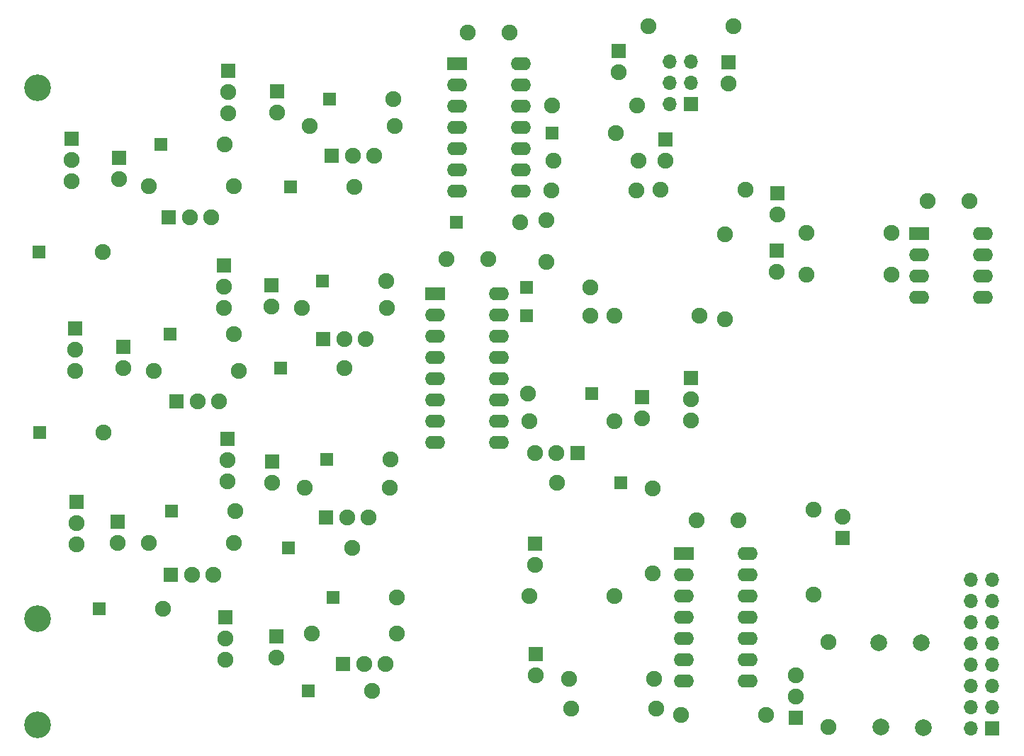
<source format=gbr>
%TF.GenerationSoftware,KiCad,Pcbnew,(6.0.0)*%
%TF.CreationDate,2022-02-13T17:17:33+01:00*%
%TF.ProjectId,SynthBaby8,53796e74-6842-4616-9279-382e6b696361,rev?*%
%TF.SameCoordinates,Original*%
%TF.FileFunction,Soldermask,Top*%
%TF.FilePolarity,Negative*%
%FSLAX46Y46*%
G04 Gerber Fmt 4.6, Leading zero omitted, Abs format (unit mm)*
G04 Created by KiCad (PCBNEW (6.0.0)) date 2022-02-13 17:17:33*
%MOMM*%
%LPD*%
G01*
G04 APERTURE LIST*
%ADD10C,1.900000*%
%ADD11R,1.700000X1.700000*%
%ADD12O,1.900000X1.900000*%
%ADD13R,1.600000X1.600000*%
%ADD14O,1.700000X1.700000*%
%ADD15R,2.400000X1.600000*%
%ADD16O,2.400000X1.600000*%
%ADD17C,3.200000*%
%ADD18C,2.000000*%
G04 APERTURE END LIST*
D10*
%TO.C,C2*%
X112257840Y-59441080D03*
X107257840Y-59441080D03*
%TD*%
D11*
%TO.C,D1*%
X83817460Y-89641680D03*
D12*
X83817460Y-92181680D03*
%TD*%
D11*
%TO.C,D2*%
X65608200Y-74457560D03*
D12*
X65608200Y-76997560D03*
%TD*%
D11*
%TO.C,D3*%
X66062860Y-97000060D03*
D12*
X66062860Y-99540060D03*
%TD*%
D11*
%TO.C,D4*%
X84383880Y-131668520D03*
D12*
X84383880Y-134208520D03*
%TD*%
D11*
%TO.C,D6*%
X84503260Y-66438780D03*
D12*
X84503260Y-68978780D03*
%TD*%
D11*
%TO.C,D7*%
X83886040Y-110771940D03*
D12*
X83886040Y-113311940D03*
%TD*%
D11*
%TO.C,D8*%
X65379600Y-117955060D03*
D12*
X65379600Y-120495060D03*
%TD*%
D13*
%TO.C,D9*%
X84884260Y-99573080D03*
D12*
X92504260Y-99573080D03*
%TD*%
D13*
%TO.C,D10*%
X55986680Y-85725000D03*
D12*
X63606680Y-85725000D03*
%TD*%
D13*
%TO.C,D11*%
X56144160Y-107243880D03*
D12*
X63764160Y-107243880D03*
%TD*%
D13*
%TO.C,D12*%
X88234520Y-138165840D03*
D12*
X95854520Y-138165840D03*
%TD*%
D13*
%TO.C,D14*%
X86116160Y-77919580D03*
D12*
X93736160Y-77919580D03*
%TD*%
D13*
%TO.C,D15*%
X85841840Y-121071640D03*
D12*
X93461840Y-121071640D03*
%TD*%
D13*
%TO.C,D16*%
X63200280Y-128330960D03*
D12*
X70820280Y-128330960D03*
%TD*%
D13*
%TO.C,D17*%
X89888060Y-89197180D03*
D12*
X97508060Y-89197180D03*
%TD*%
D13*
%TO.C,D18*%
X70612000Y-72791320D03*
D12*
X78232000Y-72791320D03*
%TD*%
D13*
%TO.C,D19*%
X71658480Y-95524320D03*
D12*
X79278480Y-95524320D03*
%TD*%
D13*
%TO.C,D20*%
X91125040Y-126974600D03*
D12*
X98745040Y-126974600D03*
%TD*%
D13*
%TO.C,D22*%
X90764360Y-67378580D03*
D12*
X98384360Y-67378580D03*
%TD*%
D13*
%TO.C,D23*%
X90363040Y-110517940D03*
D12*
X97983040Y-110517940D03*
%TD*%
D13*
%TO.C,D24*%
X71887080Y-116652040D03*
D12*
X79507080Y-116652040D03*
%TD*%
D13*
%TO.C,D27*%
X105857040Y-82169000D03*
D12*
X113477040Y-82169000D03*
%TD*%
D11*
%TO.C,J1*%
X89976960Y-96118680D03*
D12*
X92516960Y-96118680D03*
X95056960Y-96118680D03*
%TD*%
D11*
%TO.C,J2*%
X71488300Y-81569560D03*
D12*
X74028300Y-81569560D03*
X76568300Y-81569560D03*
%TD*%
D11*
%TO.C,J3*%
X72425560Y-103553260D03*
D12*
X74965560Y-103553260D03*
X77505560Y-103553260D03*
%TD*%
D11*
%TO.C,J4*%
X92359480Y-134970520D03*
D12*
X94899480Y-134970520D03*
X97439480Y-134970520D03*
%TD*%
D11*
%TO.C,J6*%
X90954860Y-74198480D03*
D12*
X93494860Y-74198480D03*
X96034860Y-74198480D03*
%TD*%
D11*
%TO.C,J7*%
X90337640Y-117426740D03*
D12*
X92877640Y-117426740D03*
X95417640Y-117426740D03*
%TD*%
D11*
%TO.C,J8*%
X71742300Y-124330460D03*
D12*
X74282300Y-124330460D03*
X76822300Y-124330460D03*
%TD*%
D11*
%TO.C,J9*%
X78089760Y-87254080D03*
D12*
X78089760Y-89794080D03*
X78089760Y-92334080D03*
%TD*%
D11*
%TO.C,J10*%
X59959240Y-72110600D03*
D12*
X59959240Y-74650600D03*
X59959240Y-77190600D03*
%TD*%
D11*
%TO.C,J11*%
X60309760Y-94833440D03*
D12*
X60309760Y-97373440D03*
X60309760Y-99913440D03*
%TD*%
D11*
%TO.C,J12*%
X78320900Y-129362200D03*
D12*
X78320900Y-131902200D03*
X78320900Y-134442200D03*
%TD*%
D11*
%TO.C,J14*%
X78648560Y-64013080D03*
D12*
X78648560Y-66553080D03*
X78648560Y-69093080D03*
%TD*%
D11*
%TO.C,J15*%
X78557120Y-108026200D03*
D12*
X78557120Y-110566200D03*
X78557120Y-113106200D03*
%TD*%
D11*
%TO.C,J16*%
X60482480Y-115610640D03*
D12*
X60482480Y-118150640D03*
X60482480Y-120690640D03*
%TD*%
D11*
%TO.C,J20*%
X169941240Y-142646400D03*
D14*
X167401240Y-142646400D03*
X169941240Y-140106400D03*
X167401240Y-140106400D03*
X169941240Y-137566400D03*
X167401240Y-137566400D03*
X169941240Y-135026400D03*
X167401240Y-135026400D03*
X169941240Y-132486400D03*
X167401240Y-132486400D03*
X169941240Y-129946400D03*
X167401240Y-129946400D03*
X169941240Y-127406400D03*
X167401240Y-127406400D03*
X169941240Y-124866400D03*
X167401240Y-124866400D03*
%TD*%
D10*
%TO.C,R5*%
X87462360Y-92384880D03*
D12*
X97622360Y-92384880D03*
%TD*%
D10*
%TO.C,R6*%
X69151500Y-77835760D03*
D12*
X79311500Y-77835760D03*
%TD*%
D10*
%TO.C,R7*%
X69720460Y-99908360D03*
D12*
X79880460Y-99908360D03*
%TD*%
D10*
%TO.C,R8*%
X88600280Y-131292600D03*
D12*
X98760280Y-131292600D03*
%TD*%
D10*
%TO.C,R10*%
X88338660Y-70642480D03*
D12*
X98498660Y-70642480D03*
%TD*%
D10*
%TO.C,R11*%
X87810340Y-113870740D03*
D12*
X97970340Y-113870740D03*
%TD*%
D10*
%TO.C,R12*%
X69126100Y-120495060D03*
D12*
X79286100Y-120495060D03*
%TD*%
D15*
%TO.C,U1*%
X106014520Y-63131700D03*
D16*
X106014520Y-65671700D03*
X106014520Y-68211700D03*
X106014520Y-70751700D03*
X106014520Y-73291700D03*
X106014520Y-75831700D03*
X106014520Y-78371700D03*
X113634520Y-78371700D03*
X113634520Y-75831700D03*
X113634520Y-73291700D03*
X113634520Y-70751700D03*
X113634520Y-68211700D03*
X113634520Y-65671700D03*
X113634520Y-63131700D03*
%TD*%
D15*
%TO.C,U3*%
X103311960Y-90708480D03*
D16*
X103311960Y-93248480D03*
X103311960Y-95788480D03*
X103311960Y-98328480D03*
X103311960Y-100868480D03*
X103311960Y-103408480D03*
X103311960Y-105948480D03*
X103311960Y-108488480D03*
X110931960Y-108488480D03*
X110931960Y-105948480D03*
X110931960Y-103408480D03*
X110931960Y-100868480D03*
X110931960Y-98328480D03*
X110931960Y-95788480D03*
X110931960Y-93248480D03*
X110931960Y-90708480D03*
%TD*%
D10*
%TO.C,C7*%
X104696260Y-86530180D03*
X109696260Y-86530180D03*
%TD*%
%TO.C,C1*%
X167223440Y-79613760D03*
X162223440Y-79613760D03*
%TD*%
D13*
%TO.C,D29*%
X114274600Y-93314520D03*
D12*
X121894600Y-93314520D03*
%TD*%
D11*
%TO.C,D30*%
X144185640Y-85476080D03*
D12*
X144185640Y-88016080D03*
%TD*%
D11*
%TO.C,J17*%
X152039320Y-119877840D03*
D12*
X152039320Y-117337840D03*
%TD*%
D10*
%TO.C,R14*%
X137962640Y-93700600D03*
D12*
X137962640Y-83540600D03*
%TD*%
D10*
%TO.C,R15*%
X148554440Y-116509800D03*
D12*
X148554440Y-126669800D03*
%TD*%
D10*
%TO.C,R19*%
X124749560Y-93263720D03*
D12*
X134909560Y-93263720D03*
%TD*%
D10*
%TO.C,R20*%
X147706080Y-83367880D03*
D12*
X157866080Y-83367880D03*
%TD*%
D10*
%TO.C,R21*%
X114599720Y-126806960D03*
D12*
X124759720Y-126806960D03*
%TD*%
D10*
%TO.C,R22*%
X150301960Y-142524480D03*
D12*
X150301960Y-132364480D03*
%TD*%
D10*
%TO.C,R23*%
X147706080Y-88356440D03*
D12*
X157866080Y-88356440D03*
%TD*%
D10*
%TO.C,R24*%
X127523240Y-68199000D03*
D12*
X117363240Y-68199000D03*
%TD*%
D15*
%TO.C,U4*%
X161142680Y-83449160D03*
D16*
X161142680Y-85989160D03*
X161142680Y-88529160D03*
X161142680Y-91069160D03*
X168762680Y-91069160D03*
X168762680Y-88529160D03*
X168762680Y-85989160D03*
X168762680Y-83449160D03*
%TD*%
D10*
%TO.C,C3*%
X134589520Y-117744240D03*
X139589520Y-117744240D03*
%TD*%
%TO.C,C4*%
X116606320Y-86873080D03*
X116606320Y-81873080D03*
%TD*%
D11*
%TO.C,D5*%
X128087120Y-103047800D03*
D12*
X128087120Y-105587800D03*
%TD*%
D13*
%TO.C,D13*%
X125496320Y-113268760D03*
D12*
X117876320Y-113268760D03*
%TD*%
D13*
%TO.C,D21*%
X122077480Y-102656640D03*
D12*
X114457480Y-102656640D03*
%TD*%
D11*
%TO.C,D25*%
X138399520Y-62992000D03*
D12*
X138399520Y-65532000D03*
%TD*%
D13*
%TO.C,D26*%
X114254280Y-89905840D03*
D12*
X121874280Y-89905840D03*
%TD*%
D13*
%TO.C,D28*%
X117281960Y-71429880D03*
D12*
X124901960Y-71429880D03*
%TD*%
D11*
%TO.C,J5*%
X120365520Y-109758480D03*
D12*
X117825520Y-109758480D03*
X115285520Y-109758480D03*
%TD*%
D11*
%TO.C,J13*%
X133918960Y-100726240D03*
D12*
X133918960Y-103266240D03*
X133918960Y-105806240D03*
%TD*%
D11*
%TO.C,J18*%
X133918960Y-68000880D03*
D14*
X131378960Y-68000880D03*
X133918960Y-65460880D03*
X131378960Y-65460880D03*
X133918960Y-62920880D03*
X131378960Y-62920880D03*
%TD*%
D11*
%TO.C,J19*%
X146456400Y-141411960D03*
D12*
X146456400Y-138871960D03*
X146456400Y-136331960D03*
%TD*%
D11*
%TO.C,J21*%
X115376960Y-133807200D03*
D12*
X115376960Y-136347200D03*
%TD*%
D11*
%TO.C,J22*%
X115290600Y-120609360D03*
D12*
X115290600Y-123149360D03*
%TD*%
D11*
%TO.C,J23*%
X125318520Y-61610240D03*
D12*
X125318520Y-64150240D03*
%TD*%
D11*
%TO.C,J24*%
X144246600Y-78623160D03*
D12*
X144246600Y-81163160D03*
%TD*%
D11*
%TO.C,J25*%
X130840480Y-72181720D03*
D12*
X130840480Y-74721720D03*
%TD*%
D10*
%TO.C,R1*%
X117454680Y-74803000D03*
D12*
X127614680Y-74803000D03*
%TD*%
D10*
%TO.C,R2*%
X132696200Y-141060920D03*
D12*
X142856200Y-141060920D03*
%TD*%
D10*
%TO.C,R3*%
X119623840Y-140279120D03*
D12*
X129783840Y-140279120D03*
%TD*%
D10*
%TO.C,R4*%
X129311400Y-124150120D03*
D12*
X129311400Y-113990120D03*
%TD*%
D10*
%TO.C,R9*%
X124749560Y-105902760D03*
D12*
X114589560Y-105902760D03*
%TD*%
D10*
%TO.C,R13*%
X119339360Y-136748520D03*
D12*
X129499360Y-136748520D03*
%TD*%
D10*
%TO.C,R16*%
X128803400Y-58658760D03*
D12*
X138963400Y-58658760D03*
%TD*%
D10*
%TO.C,R17*%
X127416560Y-78328520D03*
D12*
X117256560Y-78328520D03*
%TD*%
D10*
%TO.C,R18*%
X130296920Y-78257400D03*
D12*
X140456920Y-78257400D03*
%TD*%
D15*
%TO.C,U2*%
X133096200Y-121710920D03*
D16*
X133096200Y-124250920D03*
X133096200Y-126790920D03*
X133096200Y-129330920D03*
X133096200Y-131870920D03*
X133096200Y-134410920D03*
X133096200Y-136950920D03*
X140716200Y-136950920D03*
X140716200Y-134410920D03*
X140716200Y-131870920D03*
X140716200Y-129330920D03*
X140716200Y-126790920D03*
X140716200Y-124250920D03*
X140716200Y-121710920D03*
%TD*%
D17*
%TO.C,M3*%
X55880000Y-129514600D03*
%TD*%
%TO.C,M3*%
X55880000Y-142214600D03*
%TD*%
%TO.C,M3*%
X55880000Y-66014600D03*
%TD*%
D18*
%TO.C,F1*%
X161442400Y-132461000D03*
X156362400Y-132451000D03*
%TD*%
%TO.C,F2*%
X161671000Y-142544800D03*
X156591000Y-142534800D03*
%TD*%
M02*

</source>
